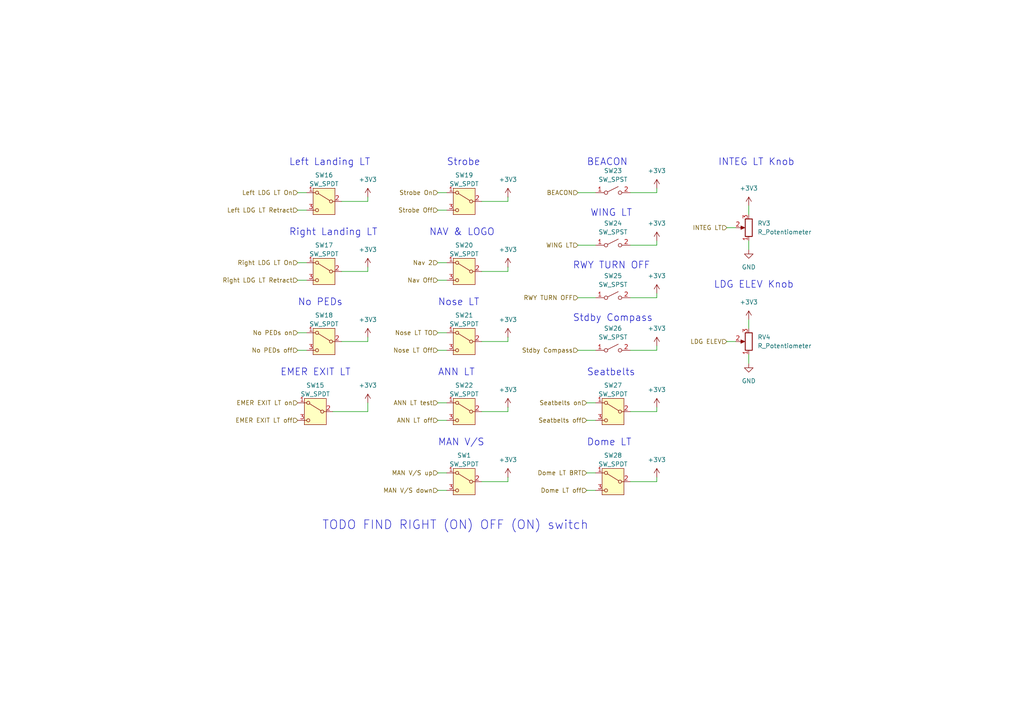
<source format=kicad_sch>
(kicad_sch (version 20231120) (generator "eeschema") (generator_version "8.0")
  (paper "A4")
  (lib_symbols
    (symbol "+3V3_2" (power) (pin_numbers hide) (pin_names (offset 0) hide)
      (property "Value" "+3V3" (at 0 3.556 0))
      (symbol "+3V3_2_0_1"
        (polyline (pts (xy -0.762 1.27) (xy 0 2.54)))
        (polyline (pts (xy 0 0) (xy 0 2.54)))
        (polyline (pts (xy 0 2.54) (xy 0.762 1.27)))
      )
      (symbol "+3V3_2_1_1"
        (pin power_in line (at 0 0 90) (length 0) (name "~") (number "1"))
      )
    )
    (symbol "+3V3_3" (power) (pin_numbers hide) (pin_names (offset 0) hide)
      (property "Value" "+3V3" (at 0 3.556 0))
      (symbol "+3V3_3_0_1"
        (polyline (pts (xy -0.762 1.27) (xy 0 2.54)))
        (polyline (pts (xy 0 0) (xy 0 2.54)))
        (polyline (pts (xy 0 2.54) (xy 0.762 1.27)))
      )
      (symbol "+3V3_3_1_1"
        (pin power_in line (at 0 0 90) (length 0) (name "~") (number "1"))
      )
    )
    (symbol "Device:R_Potentiometer" (pin_names (offset 1.016) hide)
      (property "Reference" "RV" (at -4.445 0 90))
      (property "Value" "R_Potentiometer" (at -2.54 0 90))
      (symbol "R_Potentiometer_0_1"
        (polyline (pts (xy 2.54 0) (xy 1.524 0)))
        (polyline (pts (xy 1.143 0) (xy 2.286 0.508) (xy 2.286 -0.508) (xy 1.143 0)) (fill (type outline)))
        (rectangle (start 1.016 2.54) (end -1.016 -2.54) (stroke (width 0.254)))
      )
      (symbol "R_Potentiometer_1_1"
        (pin passive line (at 0 3.81 270) (length 1.27) (name "1") (number "1"))
        (pin passive line (at 3.81 0 180) (length 1.27) (name "2") (number "2"))
        (pin passive line (at 0 -3.81 90) (length 1.27) (name "3") (number "3"))
      )
    )
    (symbol "Switch:SW_SPDT" (pin_names (offset 0) hide)
      (property "Reference" "SW" (at 0 5.08 0))
      (property "Value" "SW_SPDT" (at 0 -5.08 0))
      (symbol "SW_SPDT_0_1"
        (circle (center -2.032 0) (radius 0.4572))
        (polyline (pts (xy -1.651 0.254) (xy 1.651 2.286)))
        (circle (center 2.032 -2.54) (radius 0.4572))
        (circle (center 2.032 2.54) (radius 0.4572))
      )
      (symbol "SW_SPDT_1_1"
        (rectangle (start -3.175 3.81) (end 3.175 -3.81) (fill (type background)))
        (pin passive line (at 5.08 2.54 180) (length 2.54) (name "A") (number "1"))
        (pin passive line (at -5.08 0 0) (length 2.54) (name "B") (number "2"))
        (pin passive line (at 5.08 -2.54 180) (length 2.54) (name "C") (number "3"))
      )
    )
    (symbol "Switch:SW_SPST" (pin_names (offset 0) hide)
      (property "Reference" "SW" (at 0 3.175 0))
      (property "Value" "SW_SPST" (at 0 -2.54 0))
      (symbol "SW_SPST_0_0"
        (circle (center -2.032 0) (radius 0.508))
        (polyline (pts (xy -1.524 0.254) (xy 1.524 1.778)))
        (circle (center 2.032 0) (radius 0.508))
      )
      (symbol "SW_SPST_1_1"
        (pin passive line (at -5.08 0 0) (length 2.54) (name "A") (number "1"))
        (pin passive line (at 5.08 0 180) (length 2.54) (name "B") (number "2"))
      )
    )
    (symbol "power:+3V3" (power) (pin_numbers hide) (pin_names (offset 0) hide)
      (property "Value" "+3V3" (at 0 3.556 0))
      (symbol "+3V3_0_1"
        (polyline (pts (xy -0.762 1.27) (xy 0 2.54)))
        (polyline (pts (xy 0 0) (xy 0 2.54)))
        (polyline (pts (xy 0 2.54) (xy 0.762 1.27)))
      )
      (symbol "+3V3_1_1"
        (pin power_in line (at 0 0 90) (length 0) (name "~") (number "1"))
      )
    )
    (symbol "power:GND" (power) (pin_numbers hide) (pin_names (offset 0) hide)
      (property "Value" "GND" (at 0 -3.81 0))
      (symbol "GND_0_1"
        (polyline (pts (xy 0 0) (xy 0 -1.27) (xy 1.27 -1.27) (xy 0 -2.54) (xy -1.27 -1.27) (xy 0 -1.27)))
      )
      (symbol "GND_1_1"
        (pin power_in line (at 0 0 270) (length 0) (name "~") (number "1"))
      )
    )
  )
  (wire (pts (xy 190.5 118.11) (xy 190.5 119.38)))
  (wire (pts (xy 167.64 71.12) (xy 172.72 71.12)))
  (wire (pts (xy 127 60.96) (xy 129.54 60.96)))
  (wire (pts (xy 139.7 58.42) (xy 147.32 58.42)))
  (wire (pts (xy 127 137.16) (xy 129.54 137.16)))
  (wire (pts (xy 182.88 71.12) (xy 190.5 71.12)))
  (wire (pts (xy 99.06 78.74) (xy 106.68 78.74)))
  (wire (pts (xy 139.7 139.7) (xy 147.32 139.7)))
  (wire (pts (xy 127 121.92) (xy 129.54 121.92)))
  (wire (pts (xy 167.64 86.36) (xy 172.72 86.36)))
  (wire (pts (xy 167.64 101.6) (xy 172.72 101.6)))
  (wire (pts (xy 182.88 86.36) (xy 190.5 86.36)))
  (wire (pts (xy 190.5 54.61) (xy 190.5 55.88)))
  (wire (pts (xy 96.52 119.38) (xy 106.68 119.38)))
  (wire (pts (xy 190.5 138.43) (xy 190.5 139.7)))
  (wire (pts (xy 106.68 116.84) (xy 106.68 119.38)))
  (wire (pts (xy 127 116.84) (xy 129.54 116.84)))
  (wire (pts (xy 190.5 100.33) (xy 190.5 101.6)))
  (wire (pts (xy 190.5 85.09) (xy 190.5 86.36)))
  (wire (pts (xy 182.88 55.88) (xy 190.5 55.88)))
  (wire (pts (xy 182.88 119.38) (xy 190.5 119.38)))
  (wire (pts (xy 139.7 78.74) (xy 147.32 78.74)))
  (wire (pts (xy 139.7 119.38) (xy 147.32 119.38)))
  (wire (pts (xy 127 96.52) (xy 129.54 96.52)))
  (wire (pts (xy 147.32 57.15) (xy 147.32 58.42)))
  (wire (pts (xy 86.36 76.2) (xy 88.9 76.2)))
  (wire (pts (xy 182.88 139.7) (xy 190.5 139.7)))
  (wire (pts (xy 210.82 66.04) (xy 213.36 66.04)))
  (wire (pts (xy 147.32 97.79) (xy 147.32 99.06)))
  (wire (pts (xy 147.32 77.47) (xy 147.32 78.74)))
  (wire (pts (xy 139.7 99.06) (xy 147.32 99.06)))
  (wire (pts (xy 147.32 118.11) (xy 147.32 119.38)))
  (wire (pts (xy 106.68 77.47) (xy 106.68 78.74)))
  (wire (pts (xy 106.68 97.79) (xy 106.68 99.06)))
  (wire (pts (xy 86.36 60.96) (xy 88.9 60.96)))
  (wire (pts (xy 170.18 142.24) (xy 172.72 142.24)))
  (wire (pts (xy 210.82 99.06) (xy 213.36 99.06)))
  (wire (pts (xy 147.32 138.43) (xy 147.32 139.7)))
  (wire (pts (xy 167.64 55.88) (xy 172.72 55.88)))
  (wire (pts (xy 99.06 58.42) (xy 106.68 58.42)))
  (wire (pts (xy 106.68 57.15) (xy 106.68 58.42)))
  (wire (pts (xy 170.18 137.16) (xy 172.72 137.16)))
  (wire (pts (xy 217.17 59.69) (xy 217.17 62.23)))
  (wire (pts (xy 127 81.28) (xy 129.54 81.28)))
  (wire (pts (xy 127 76.2) (xy 129.54 76.2)))
  (wire (pts (xy 86.36 81.28) (xy 88.9 81.28)))
  (wire (pts (xy 86.36 55.88) (xy 88.9 55.88)))
  (wire (pts (xy 182.88 101.6) (xy 190.5 101.6)))
  (wire (pts (xy 170.18 121.92) (xy 172.72 121.92)))
  (wire (pts (xy 217.17 92.71) (xy 217.17 95.25)))
  (wire (pts (xy 127 55.88) (xy 129.54 55.88)))
  (wire (pts (xy 190.5 69.85) (xy 190.5 71.12)))
  (wire (pts (xy 99.06 99.06) (xy 106.68 99.06)))
  (wire (pts (xy 217.17 102.87) (xy 217.17 105.41)))
  (wire (pts (xy 127 142.24) (xy 129.54 142.24)))
  (wire (pts (xy 127 101.6) (xy 129.54 101.6)))
  (wire (pts (xy 170.18 116.84) (xy 172.72 116.84)))
  (wire (pts (xy 86.36 101.6) (xy 88.9 101.6)))
  (wire (pts (xy 86.36 96.52) (xy 88.9 96.52)))
  (wire (pts (xy 217.17 69.85) (xy 217.17 72.39)))
  (text "ANN LT" (at 127 109.22 0) (effects (font (size 2 2)) (justify left bottom)))
  (text "Dome LT" (at 170.18 129.54 0) (effects (font (size 2 2)) (justify left bottom)))
  (text "INTEG LT Knob" (at 208.28 48.26 0) (effects (font (size 2 2)) (justify left bottom)))
  (text "Strobe" (at 129.54 48.26 0) (effects (font (size 2 2)) (justify left bottom)))
  (text "WING LT" (at 171.196 62.992 0) (effects (font (size 2 2)) (justify left bottom)))
  (text "MAN V/S" (at 127 129.54 0) (effects (font (size 2 2)) (justify left bottom)))
  (text "Seatbelts" (at 170.18 109.22 0) (effects (font (size 2 2)) (justify left bottom)))
  (text "EMER EXIT LT" (at 81.28 109.22 0) (effects (font (size 2 2)) (justify left bottom)))
  (text "NAV & LOGO" (at 124.46 68.58 0) (effects (font (size 2 2)) (justify left bottom)))
  (text "Nose LT" (at 127 88.9 0) (effects (font (size 2 2)) (justify left bottom)))
  (text "No PEDs" (at 86.36 88.9 0) (effects (font (size 2 2)) (justify left bottom)))
  (text "BEACON" (at 170.18 48.26 0) (effects (font (size 2 2)) (justify left bottom)))
  (text "Left Landing LT" (at 83.82 48.26 0) (effects (font (size 2 2)) (justify left bottom)))
  (text "TODO FIND RIGHT (ON) OFF (ON) switch" (at 132.08 152.4 0) (effects (font (size 2.54 2.54))))
  (text "RWY TURN OFF" (at 166.116 78.232 0) (effects (font (size 2 2)) (justify left bottom)))
  (text "Right Landing LT" (at 83.82 68.58 0) (effects (font (size 2 2)) (justify left bottom)))
  (text "Stdby Compass" (at 166.116 93.472 0) (effects (font (size 2 2)) (justify left bottom)))
  (text "LDG ELEV Knob" (at 207.01 83.82 0) (effects (font (size 2 2)) (justify left bottom)))
  (hierarchical_label "Nav 2" (shape input) (at 127 76.2 180))
  (hierarchical_label "Stdby Compass" (shape input) (at 167.64 101.6 180))
  (hierarchical_label "MAN V{slash}S up" (shape input) (at 127 137.16 180))
  (hierarchical_label "Nose LT TO" (shape input) (at 127 96.52 180))
  (hierarchical_label "Seatbelts on" (shape input) (at 170.18 116.84 180))
  (hierarchical_label "No PEDs on" (shape input) (at 86.36 96.52 180))
  (hierarchical_label "Right LDG LT On" (shape input) (at 86.36 76.2 180))
  (hierarchical_label "Nose LT Off" (shape input) (at 127 101.6 180))
  (hierarchical_label "ANN LT test" (shape input) (at 127 116.84 180))
  (hierarchical_label "Dome LT off" (shape input) (at 170.18 142.24 180))
  (hierarchical_label "LDG ELEV" (shape input) (at 210.82 99.06 180))
  (hierarchical_label "Right LDG LT Retract" (shape input) (at 86.36 81.28 180))
  (hierarchical_label "EMER EXIT LT off" (shape input) (at 86.36 121.92 180))
  (hierarchical_label "Strobe On" (shape input) (at 127 55.88 180))
  (hierarchical_label "Strobe Off" (shape input) (at 127 60.96 180))
  (hierarchical_label "Nav Off" (shape input) (at 127 81.28 180))
  (hierarchical_label "BEACON" (shape input) (at 167.64 55.88 180))
  (hierarchical_label "Dome LT BRT" (shape input) (at 170.18 137.16 180))
  (hierarchical_label "Seatbelts off" (shape input) (at 170.18 121.92 180))
  (hierarchical_label "MAN V{slash}S down" (shape input) (at 127 142.24 180))
  (hierarchical_label "INTEG LT" (shape input) (at 210.82 66.04 180))
  (hierarchical_label "ANN LT off" (shape input) (at 127 121.92 180))
  (hierarchical_label "RWY TURN OFF" (shape input) (at 167.64 86.36 180))
  (hierarchical_label "No PEDs off" (shape input) (at 86.36 101.6 180))
  (hierarchical_label "Left LDG LT On" (shape input) (at 86.36 55.88 180))
  (hierarchical_label "Left LDG LT Retract" (shape input) (at 86.36 60.96 180))
  (hierarchical_label "EMER EXIT LT on" (shape input) (at 86.36 116.84 180))
  (hierarchical_label "WING LT" (shape input) (at 167.64 71.12 180))
  (symbol (lib_name "+3V3_3") (lib_id "power:+3V3") (at 147.32 77.47 0) (unit 1)
    (property "Reference" "#PWR024" (effects (hide yes)))
    (property "Value" "+3V3" (at 147.32 72.39 0))
    (property "Description" "Power symbol creates a global label with name \"+3V3\"" (effects (hide yes)))
  )
  (symbol (lib_id "Switch:SW_SPST") (at 177.8 55.88 0) (unit 1)
    (property "Reference" "SW23" (at 177.8 49.53 0))
    (property "Value" "SW_SPST" (at 177.8 52.07 0))
    (property "Footprint" "NiasStuff:SW_SPDT_YUEN-FUNG_MT-0-102-A101-M200-RS" (effects (hide yes)))
    (property "Datasheet" "https://www.lcsc.com/datasheet/lcsc_datasheet_2307200931_YUEN-FUNG-MT-0-102-A101-M200-RS_C1788492.pdf" (effects (hide yes)))
    (property "JLCPCB Part" "C1788492" (effects (hide yes)))
    (property "Manufracturer" "YUEN FUNG" (effects (hide yes)))
    (property "Manufracturer Part Number" "MT-0-102-A101-M200-RS" (effects (hide yes)))
  )
  (symbol (lib_name "+3V3_2") (lib_id "power:+3V3") (at 190.5 69.85 0) (unit 1)
    (property "Reference" "#PWR028" (effects (hide yes)))
    (property "Value" "+3V3" (at 190.5 64.77 0))
    (property "Description" "Power symbol creates a global label with name \"+3V3\"" (effects (hide yes)))
  )
  (symbol (lib_id "power:GND") (at 217.17 105.41 0) (unit 1)
    (property "Reference" "#PWR036" (effects (hide yes)))
    (property "Value" "GND" (at 217.17 110.49 0))
    (property "Description" "Power symbol creates a global label with name \"GND\" , ground" (effects (hide yes)))
  )
  (symbol (lib_id "Switch:SW_SPDT") (at 91.44 119.38 0) (mirror y) (unit 1)
    (property "Reference" "SW15" (at 91.44 111.76 0))
    (property "Value" "SW_SPDT" (at 91.44 114.3 0))
    (property "Footprint" "NiasStuff:SW_SPDT_YUEN-FUNG_MT-0-102-A101-M200-RS" (effects (hide yes)))
    (property "Description" "Switch, single pole double throw" (effects (hide yes)))
    (property "JLCPCB Part" "C1788493" (effects (hide yes)))
    (property "Manufracturer" "YUEN FUNG" (effects (hide yes)))
    (property "Manufracturer Part Number" "MT-0-103-A101-M200-RS" (effects (hide yes)))
  )
  (symbol (lib_id "Switch:SW_SPDT") (at 134.62 99.06 0) (mirror y) (unit 1)
    (property "Reference" "SW21" (at 134.62 91.44 0))
    (property "Value" "SW_SPDT" (at 134.62 93.98 0))
    (property "Footprint" "NiasStuff:SW_SPDT_YUEN-FUNG_MT-0-102-A101-M200-RS" (effects (hide yes)))
    (property "Description" "Switch, single pole double throw" (effects (hide yes)))
    (property "JLCPCB Part" "C1788493" (effects (hide yes)))
    (property "Manufracturer" "YUEN FUNG" (effects (hide yes)))
    (property "Manufracturer Part Number" "MT-0-103-A101-M200-RS" (effects (hide yes)))
  )
  (symbol (lib_name "+3V3_3") (lib_id "power:+3V3") (at 106.68 57.15 0) (unit 1)
    (property "Reference" "#PWR019" (effects (hide yes)))
    (property "Value" "+3V3" (at 106.68 52.07 0))
    (property "Description" "Power symbol creates a global label with name \"+3V3\"" (effects (hide yes)))
  )
  (symbol (lib_name "+3V3_3") (lib_id "power:+3V3") (at 190.5 138.43 0) (unit 1)
    (property "Reference" "#PWR032" (effects (hide yes)))
    (property "Value" "+3V3" (at 190.5 133.35 0))
    (property "Description" "Power symbol creates a global label with name \"+3V3\"" (effects (hide yes)))
  )
  (symbol (lib_name "+3V3_2") (lib_id "power:+3V3") (at 190.5 100.33 0) (unit 1)
    (property "Reference" "#PWR030" (effects (hide yes)))
    (property "Value" "+3V3" (at 190.5 95.25 0))
    (property "Description" "Power symbol creates a global label with name \"+3V3\"" (effects (hide yes)))
  )
  (symbol (lib_id "Switch:SW_SPST") (at 177.8 71.12 0) (unit 1)
    (property "Reference" "SW24" (at 177.8 64.77 0))
    (property "Value" "SW_SPST" (at 177.8 67.31 0))
    (property "Footprint" "NiasStuff:SW_SPDT_YUEN-FUNG_MT-0-102-A101-M200-RS" (effects (hide yes)))
    (property "Datasheet" "https://www.lcsc.com/datasheet/lcsc_datasheet_2307200931_YUEN-FUNG-MT-0-102-A101-M200-RS_C1788492.pdf" (effects (hide yes)))
    (property "JLCPCB Part" "C1788492" (effects (hide yes)))
    (property "Manufracturer" "YUEN FUNG" (effects (hide yes)))
    (property "Manufracturer Part Number" "MT-0-102-A101-M200-RS" (effects (hide yes)))
  )
  (symbol (lib_id "Switch:SW_SPDT") (at 177.8 139.7 0) (mirror y) (unit 1)
    (property "Reference" "SW28" (at 177.8 132.08 0))
    (property "Value" "SW_SPDT" (at 177.8 134.62 0))
    (property "Footprint" "NiasStuff:SW_SPDT_YUEN-FUNG_MT-0-102-A101-M200-RS" (effects (hide yes)))
    (property "Description" "Switch, single pole double throw" (effects (hide yes)))
    (property "JLCPCB Part" "C1788493" (effects (hide yes)))
    (property "Manufracturer" "YUEN FUNG" (effects (hide yes)))
    (property "Manufracturer Part Number" "MT-0-103-A101-M200-RS" (effects (hide yes)))
  )
  (symbol (lib_name "+3V3_3") (lib_id "power:+3V3") (at 106.68 97.79 0) (unit 1)
    (property "Reference" "#PWR021" (effects (hide yes)))
    (property "Value" "+3V3" (at 106.68 92.71 0))
    (property "Description" "Power symbol creates a global label with name \"+3V3\"" (effects (hide yes)))
  )
  (symbol (lib_id "power:+3V3") (at 217.17 92.71 0) (unit 1)
    (property "Reference" "#PWR035" (effects (hide yes)))
    (property "Value" "+3V3" (at 217.17 87.63 0))
    (property "Description" "Power symbol creates a global label with name \"+3V3\"" (effects (hide yes)))
  )
  (symbol (lib_name "+3V3_3") (lib_id "power:+3V3") (at 106.68 77.47 0) (unit 1)
    (property "Reference" "#PWR020" (effects (hide yes)))
    (property "Value" "+3V3" (at 106.68 72.39 0))
    (property "Description" "Power symbol creates a global label with name \"+3V3\"" (effects (hide yes)))
  )
  (symbol (lib_id "power:GND") (at 217.17 72.39 0) (unit 1)
    (property "Reference" "#PWR034" (effects (hide yes)))
    (property "Value" "GND" (at 217.17 77.47 0))
    (property "Description" "Power symbol creates a global label with name \"GND\" , ground" (effects (hide yes)))
  )
  (symbol (lib_id "Switch:SW_SPDT") (at 134.62 119.38 0) (mirror y) (unit 1)
    (property "Reference" "SW22" (at 134.62 111.76 0))
    (property "Value" "SW_SPDT" (at 134.62 114.3 0))
    (property "Footprint" "NiasStuff:SW_SPDT_YUEN-FUNG_MT-0-102-A101-M200-RS" (effects (hide yes)))
    (property "Description" "Switch, single pole double throw" (effects (hide yes)))
    (property "JLCPCB Part" "C1788493" (effects (hide yes)))
    (property "Manufracturer" "YUEN FUNG" (effects (hide yes)))
    (property "Manufracturer Part Number" "MT-0-103-A101-M200-RS" (effects (hide yes)))
  )
  (symbol (lib_id "Switch:SW_SPDT") (at 134.62 78.74 0) (mirror y) (unit 1)
    (property "Reference" "SW20" (at 134.62 71.12 0))
    (property "Value" "SW_SPDT" (at 134.62 73.66 0))
    (property "Footprint" "NiasStuff:SW_SPDT_YUEN-FUNG_MT-0-102-A101-M200-RS" (effects (hide yes)))
    (property "Description" "Switch, single pole double throw" (effects (hide yes)))
    (property "JLCPCB Part" "C1788493" (effects (hide yes)))
    (property "Manufracturer" "YUEN FUNG" (effects (hide yes)))
    (property "Manufracturer Part Number" "MT-0-103-A101-M200-RS" (effects (hide yes)))
  )
  (symbol (lib_name "+3V3_3") (lib_id "power:+3V3") (at 147.32 97.79 0) (unit 1)
    (property "Reference" "#PWR025" (effects (hide yes)))
    (property "Value" "+3V3" (at 147.32 92.71 0))
    (property "Description" "Power symbol creates a global label with name \"+3V3\"" (effects (hide yes)))
  )
  (symbol (lib_name "+3V3_3") (lib_id "power:+3V3") (at 106.68 116.84 0) (unit 1)
    (property "Reference" "#PWR022" (effects (hide yes)))
    (property "Value" "+3V3" (at 106.68 111.76 0))
    (property "Description" "Power symbol creates a global label with name \"+3V3\"" (effects (hide yes)))
  )
  (symbol (lib_name "+3V3_3") (lib_id "power:+3V3") (at 190.5 118.11 0) (unit 1)
    (property "Reference" "#PWR031" (effects (hide yes)))
    (property "Value" "+3V3" (at 190.5 113.03 0))
    (property "Description" "Power symbol creates a global label with name \"+3V3\"" (effects (hide yes)))
  )
  (symbol (lib_id "Switch:SW_SPDT") (at 134.62 58.42 0) (mirror y) (unit 1)
    (property "Reference" "SW19" (at 134.62 50.8 0))
    (property "Value" "SW_SPDT" (at 134.62 53.34 0))
    (property "Footprint" "NiasStuff:SW_SPDT_YUEN-FUNG_MT-0-102-A101-M200-RS" (effects (hide yes)))
    (property "Description" "Switch, single pole double throw" (effects (hide yes)))
    (property "JLCPCB Part" "C1788493" (effects (hide yes)))
    (property "Manufracturer" "YUEN FUNG" (effects (hide yes)))
    (property "Manufracturer Part Number" "MT-0-103-A101-M200-RS" (effects (hide yes)))
  )
  (symbol (lib_name "+3V3_3") (lib_id "power:+3V3") (at 147.32 57.15 0) (unit 1)
    (property "Reference" "#PWR023" (effects (hide yes)))
    (property "Value" "+3V3" (at 147.32 52.07 0))
    (property "Description" "Power symbol creates a global label with name \"+3V3\"" (effects (hide yes)))
  )
  (symbol (lib_name "+3V3_2") (lib_id "power:+3V3") (at 190.5 54.61 0) (unit 1)
    (property "Reference" "#PWR027" (effects (hide yes)))
    (property "Value" "+3V3" (at 190.5 49.53 0))
    (property "Description" "Power symbol creates a global label with name \"+3V3\"" (effects (hide yes)))
  )
  (symbol (lib_id "Switch:SW_SPDT") (at 93.98 58.42 0) (mirror y) (unit 1)
    (property "Reference" "SW16" (at 93.98 50.8 0))
    (property "Value" "SW_SPDT" (at 93.98 53.34 0))
    (property "Footprint" "NiasStuff:SW_SPDT_YUEN-FUNG_MT-0-102-A101-M200-RS" (effects (hide yes)))
    (property "Description" "Switch, single pole double throw" (effects (hide yes)))
    (property "JLCPCB Part" "C1788493" (effects (hide yes)))
    (property "Manufracturer" "YUEN FUNG" (effects (hide yes)))
    (property "Manufracturer Part Number" "MT-0-103-A101-M200-RS" (effects (hide yes)))
  )
  (symbol (lib_id "Switch:SW_SPDT") (at 93.98 99.06 0) (mirror y) (unit 1)
    (property "Reference" "SW18" (at 93.98 91.44 0))
    (property "Value" "SW_SPDT" (at 93.98 93.98 0))
    (property "Footprint" "NiasStuff:SW_SPDT_YUEN-FUNG_MT-0-102-A101-M200-RS" (effects (hide yes)))
    (property "Description" "Switch, single pole double throw" (effects (hide yes)))
    (property "JLCPCB Part" "C1788493" (effects (hide yes)))
    (property "Manufracturer" "YUEN FUNG" (effects (hide yes)))
    (property "Manufracturer Part Number" "MT-0-103-A101-M200-RS" (effects (hide yes)))
  )
  (symbol (lib_name "+3V3_2") (lib_id "power:+3V3") (at 190.5 85.09 0) (unit 1)
    (property "Reference" "#PWR029" (effects (hide yes)))
    (property "Value" "+3V3" (at 190.5 80.01 0))
    (property "Description" "Power symbol creates a global label with name \"+3V3\"" (effects (hide yes)))
  )
  (symbol (lib_name "+3V3_3") (lib_id "power:+3V3") (at 147.32 138.43 0) (unit 1)
    (property "Reference" "#PWR01" (effects (hide yes)))
    (property "Value" "+3V3" (at 147.32 133.35 0))
    (property "Description" "Power symbol creates a global label with name \"+3V3\"" (effects (hide yes)))
  )
  (symbol (lib_id "Switch:SW_SPST") (at 177.8 86.36 0) (unit 1)
    (property "Reference" "SW25" (at 177.8 80.01 0))
    (property "Value" "SW_SPST" (at 177.8 82.55 0))
    (property "Footprint" "NiasStuff:SW_SPDT_YUEN-FUNG_MT-0-102-A101-M200-RS" (effects (hide yes)))
    (property "Datasheet" "https://www.lcsc.com/datasheet/lcsc_datasheet_2307200931_YUEN-FUNG-MT-0-102-A101-M200-RS_C1788492.pdf" (effects (hide yes)))
    (property "JLCPCB Part" "C1788492" (effects (hide yes)))
    (property "Manufracturer" "YUEN FUNG" (effects (hide yes)))
    (property "Manufracturer Part Number" "MT-0-102-A101-M200-RS" (effects (hide yes)))
  )
  (symbol (lib_id "Device:R_Potentiometer") (at 217.17 66.04 180) (unit 1)
    (property "Reference" "RV3" (at 219.71 64.77 0) (effects (justify right)))
    (property "Value" "R_Potentiometer" (at 219.71 67.31 0) (effects (justify right)))
    (property "Footprint" "NiasStuff:Potentiometer_Alps_RK09L_Double_Vertical" (effects (hide yes)))
    (property "Datasheet" "https://datasheet.lcsc.com/lcsc/1912111437_ALPSALPINE-RK09L1240A12_C380211.pdf" (effects (hide yes)))
    (property "Manufracturer" "ALPSALPINE" (effects (hide yes)))
    (property "Manufracturer Part Number" "RK09L1240A12" (effects (hide yes)))
    (property "JLCPCB Part" "C380211" (effects (hide yes)))
  )
  (symbol (lib_id "power:+3V3") (at 217.17 59.69 0) (unit 1)
    (property "Reference" "#PWR033" (effects (hide yes)))
    (property "Value" "+3V3" (at 217.17 54.61 0))
    (property "Description" "Power symbol creates a global label with name \"+3V3\"" (effects (hide yes)))
  )
  (symbol (lib_id "Switch:SW_SPDT") (at 134.62 139.7 0) (mirror y) (unit 1)
    (property "Reference" "SW1" (at 134.62 132.08 0))
    (property "Value" "SW_SPDT" (at 134.62 134.62 0))
    (property "Footprint" "NiasStuff:SW_SPDT_YUEN-FUNG_MT-0-102-A101-M200-RS" (effects (hide yes)))
    (property "Description" "Switch, single pole double throw" (effects (hide yes)))
    (property "JLCPCB Part" "C1788493" (effects (hide yes)))
    (property "Manufracturer" "YUEN FUNG" (effects (hide yes)))
    (property "Manufracturer Part Number" "MT-0-103-A101-M200-RS" (effects (hide yes)))
  )
  (symbol (lib_id "Switch:SW_SPDT") (at 93.98 78.74 0) (mirror y) (unit 1)
    (property "Reference" "SW17" (at 93.98 71.12 0))
    (property "Value" "SW_SPDT" (at 93.98 73.66 0))
    (property "Footprint" "NiasStuff:SW_SPDT_YUEN-FUNG_MT-0-102-A101-M200-RS" (effects (hide yes)))
    (property "Description" "Switch, single pole double throw" (effects (hide yes)))
    (property "JLCPCB Part" "C1788493" (effects (hide yes)))
    (property "Manufracturer" "YUEN FUNG" (effects (hide yes)))
    (property "Manufracturer Part Number" "MT-0-103-A101-M200-RS" (effects (hide yes)))
  )
  (symbol (lib_id "Switch:SW_SPST") (at 177.8 101.6 0) (unit 1)
    (property "Reference" "SW26" (at 177.8 95.25 0))
    (property "Value" "SW_SPST" (at 177.8 97.79 0))
    (property "Footprint" "NiasStuff:SW_SPDT_YUEN-FUNG_MT-0-102-A101-M200-RS" (effects (hide yes)))
    (property "Datasheet" "https://www.lcsc.com/datasheet/lcsc_datasheet_2307200931_YUEN-FUNG-MT-0-102-A101-M200-RS_C1788492.pdf" (effects (hide yes)))
    (property "JLCPCB Part" "C1788492" (effects (hide yes)))
    (property "Manufracturer" "YUEN FUNG" (effects (hide yes)))
    (property "Manufracturer Part Number" "MT-0-102-A101-M200-RS" (effects (hide yes)))
  )
  (symbol (lib_name "+3V3_3") (lib_id "power:+3V3") (at 147.32 118.11 0) (unit 1)
    (property "Reference" "#PWR026" (effects (hide yes)))
    (property "Value" "+3V3" (at 147.32 113.03 0))
    (property "Description" "Power symbol creates a global label with name \"+3V3\"" (effects (hide yes)))
  )
  (symbol (lib_id "Device:R_Potentiometer") (at 217.17 99.06 180) (unit 1)
    (property "Reference" "RV4" (at 219.71 97.79 0) (effects (justify right)))
    (property "Value" "R_Potentiometer" (at 219.71 100.33 0) (effects (justify right)))
    (property "Footprint" "NiasStuff:Potentiometer_Alps_RK09L_Double_Vertical" (effects (hide yes)))
    (property "Datasheet" "https://datasheet.lcsc.com/lcsc/1912111437_ALPSALPINE-RK09L1240A12_C380211.pdf" (effects (hide yes)))
    (property "Manufracturer" "ALPSALPINE" (effects (hide yes)))
    (property "Manufracturer Part Number" "RK09L1240A12" (effects (hide yes)))
    (property "JLCPCB Part" "C380211" (effects (hide yes)))
  )
  (symbol (lib_id "Switch:SW_SPDT") (at 177.8 119.38 0) (mirror y) (unit 1)
    (property "Reference" "SW27" (at 177.8 111.76 0))
    (property "Value" "SW_SPDT" (at 177.8 114.3 0))
    (property "Footprint" "NiasStuff:SW_SPDT_YUEN-FUNG_MT-0-102-A101-M200-RS" (effects (hide yes)))
    (property "Description" "Switch, single pole double throw" (effects (hide yes)))
    (property "JLCPCB Part" "C1788493" (effects (hide yes)))
    (property "Manufracturer" "YUEN FUNG" (effects (hide yes)))
    (property "Manufracturer Part Number" "MT-0-103-A101-M200-RS" (effects (hide yes)))
  )
)
</source>
